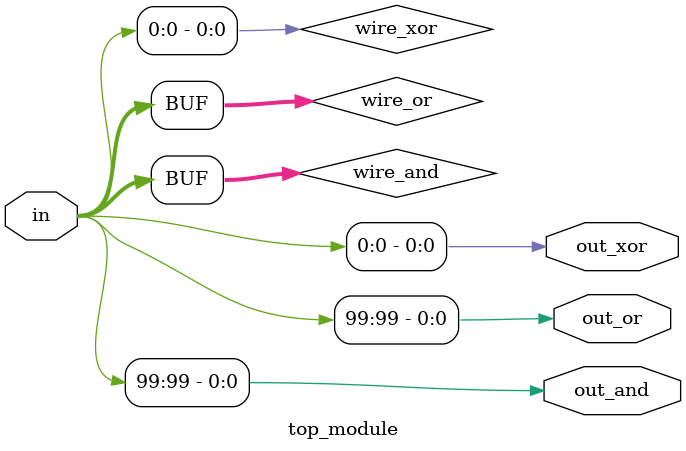
<source format=sv>
module top_module (
    input [99:0] in,
    output out_and,
    output out_or,
    output out_xor
);

wire [99:0] wire_and;
wire [99:0] wire_or;
wire wire_xor;

and gate_and(wire_and, in); // 100-input AND gate

or gate_or(wire_or, in); // 100-input OR gate

xor gate_xor(wire_xor, in); // 100-input XOR gate

assign out_and = wire_and[99]; // Output of AND gate
assign out_or = wire_or[99]; // Output of OR gate
assign out_xor = wire_xor; // Output of XOR gate

endmodule

</source>
